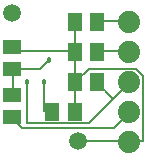
<source format=gbr>
G04 EAGLE Gerber RS-274X export*
G75*
%MOMM*%
%FSLAX34Y34*%
%LPD*%
%INBottom Copper*%
%IPPOS*%
%AMOC8*
5,1,8,0,0,1.08239X$1,22.5*%
G01*
%ADD10C,1.879600*%
%ADD11R,1.300000X1.500000*%
%ADD12R,1.500000X1.300000*%
%ADD13C,0.127000*%
%ADD14C,1.500000*%
%ADD15C,0.457200*%


D10*
X123190Y16510D03*
X123190Y41910D03*
X123190Y67310D03*
X123190Y92710D03*
X123190Y118110D03*
D11*
X76860Y92710D03*
X95860Y92710D03*
X76860Y118110D03*
X95860Y118110D03*
D12*
X24130Y97130D03*
X24130Y78130D03*
X24130Y37490D03*
X24130Y56490D03*
D11*
X76860Y67310D03*
X95860Y67310D03*
X57810Y41910D03*
X76810Y41910D03*
D13*
X32500Y28750D02*
X25000Y36250D01*
X32500Y28750D02*
X110000Y28750D01*
X122500Y41250D01*
X25000Y36250D02*
X24130Y37490D01*
X122500Y41250D02*
X123190Y41910D01*
D14*
X80010Y17780D03*
D13*
X77500Y42500D02*
X77500Y66250D01*
X77500Y42500D02*
X76810Y41910D01*
X77500Y66250D02*
X76860Y67310D01*
X77500Y93750D02*
X77500Y117500D01*
X77500Y93750D02*
X76860Y92710D01*
X77500Y117500D02*
X76860Y118110D01*
X27500Y93750D02*
X25000Y96250D01*
X27500Y93750D02*
X76250Y93750D01*
X25000Y96250D02*
X24130Y97130D01*
X76250Y93750D02*
X76860Y92710D01*
X77500Y92500D02*
X77500Y67500D01*
X77500Y92500D02*
X76860Y92710D01*
X81250Y17500D02*
X122500Y17500D01*
X81250Y17500D02*
X80010Y17780D01*
X122500Y17500D02*
X123190Y16510D01*
X77500Y67500D02*
X88750Y78750D01*
X128750Y78750D01*
X135000Y72500D01*
X135000Y17500D01*
X123750Y17500D01*
X77500Y67500D02*
X76860Y67310D01*
X123750Y17500D02*
X123190Y16510D01*
X122500Y118750D02*
X96250Y118750D01*
X95860Y118110D01*
X122500Y118750D02*
X123190Y118110D01*
X122500Y93750D02*
X96250Y93750D01*
X95860Y92710D01*
X122500Y93750D02*
X123190Y92710D01*
X36250Y67500D02*
X36250Y32500D01*
X88750Y32500D01*
X110000Y53750D02*
X122500Y66250D01*
X110000Y53750D02*
X88750Y32500D01*
X122500Y66250D02*
X123190Y67310D01*
X108750Y53750D02*
X96250Y66250D01*
X108750Y53750D02*
X110000Y53750D01*
X96250Y66250D02*
X95860Y67310D01*
D15*
X36250Y67500D03*
D13*
X47500Y78750D02*
X55000Y86250D01*
X47500Y78750D02*
X25000Y78750D01*
X24130Y78130D01*
X25000Y77500D02*
X25000Y57500D01*
X24130Y56490D01*
X25000Y77500D02*
X24130Y78130D01*
D15*
X55000Y86250D03*
D14*
X24130Y126258D03*
D13*
X51250Y67500D02*
X51250Y42500D01*
X57500Y42500D01*
X57810Y41910D01*
D15*
X51250Y67500D03*
M02*

</source>
